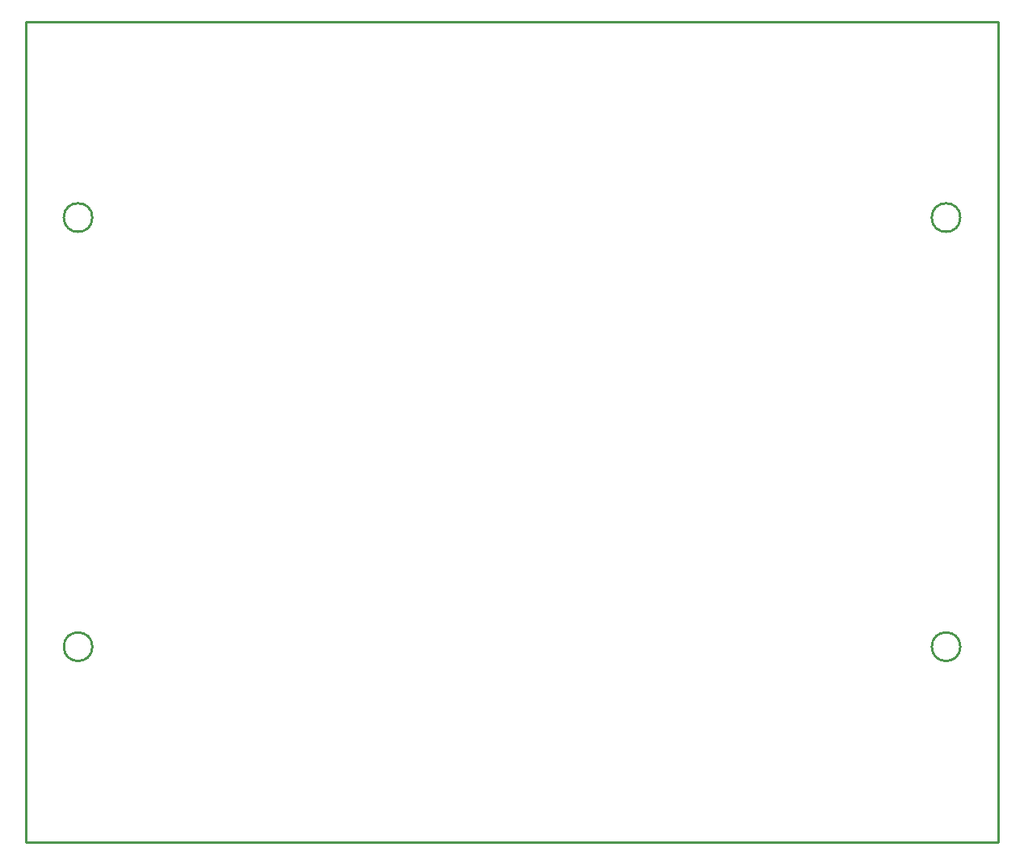
<source format=gbr>
%TF.GenerationSoftware,Altium Limited,Altium Designer,21.6.4 (81)*%
G04 Layer_Color=16711935*
%FSLAX43Y43*%
%MOMM*%
%TF.SameCoordinates,1AC814DF-7433-4E0E-8A45-847F92D72221*%
%TF.FilePolarity,Positive*%
%TF.FileFunction,Keep-out,Top*%
%TF.Part,Single*%
G01*
G75*
%TA.AperFunction,NonConductor*%
%ADD43C,0.254*%
D43*
X98000Y20500D02*
G03*
X98000Y20500I-1500J0D01*
G01*
Y65500D02*
G03*
X98000Y65500I-1500J0D01*
G01*
X7000Y20500D02*
G03*
X7000Y20500I-1500J0D01*
G01*
Y65500D02*
G03*
X7000Y65500I-1500J0D01*
G01*
X102000Y1D02*
Y86000D01*
X0Y0D02*
Y86000D01*
X102000D01*
X0Y0D02*
X102000D01*
%TF.MD5,8d05d88175e77d4e2eb29d34946f5eab*%
M02*

</source>
